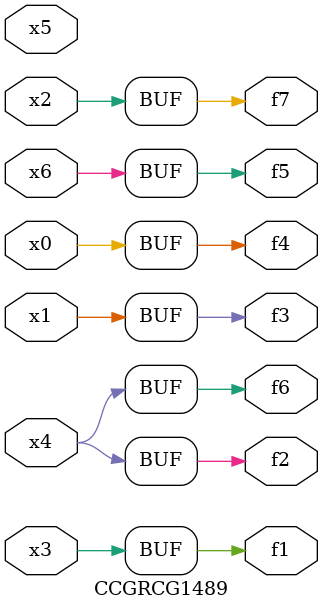
<source format=v>
module CCGRCG1489(
	input x0, x1, x2, x3, x4, x5, x6,
	output f1, f2, f3, f4, f5, f6, f7
);
	assign f1 = x3;
	assign f2 = x4;
	assign f3 = x1;
	assign f4 = x0;
	assign f5 = x6;
	assign f6 = x4;
	assign f7 = x2;
endmodule

</source>
